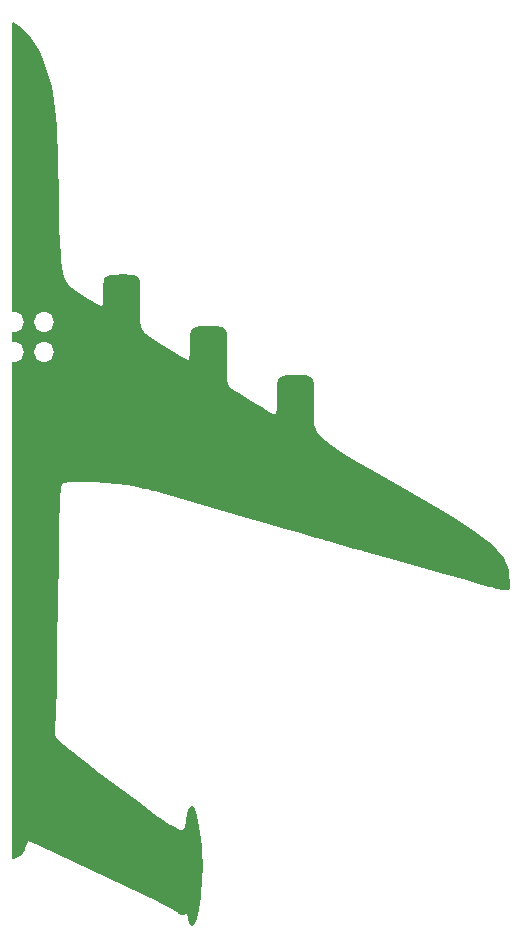
<source format=gbr>
G04 #@! TF.GenerationSoftware,KiCad,Pcbnew,(6.99.0-2452-gdb4f2d9dd8)*
G04 #@! TF.CreationDate,2022-07-20T23:01:19+09:00*
G04 #@! TF.ProjectId,an225,616e3232-352e-46b6-9963-61645f706362,rev?*
G04 #@! TF.SameCoordinates,Original*
G04 #@! TF.FileFunction,Legend,Top*
G04 #@! TF.FilePolarity,Positive*
%FSLAX46Y46*%
G04 Gerber Fmt 4.6, Leading zero omitted, Abs format (unit mm)*
G04 Created by KiCad (PCBNEW (6.99.0-2452-gdb4f2d9dd8)) date 2022-07-20 23:01:19*
%MOMM*%
%LPD*%
G01*
G04 APERTURE LIST*
%ADD10C,0.150000*%
%ADD11R,1.700000X1.700000*%
%ADD12O,1.700000X1.700000*%
G04 APERTURE END LIST*
D10*
G36*
X119930048Y-45927807D02*
G01*
X120092419Y-46036359D01*
X120204969Y-46117773D01*
X120334544Y-46217279D01*
X120478230Y-46334877D01*
X120633112Y-46470566D01*
X120796278Y-46624348D01*
X120964812Y-46796222D01*
X121050182Y-46888944D01*
X121135801Y-46986188D01*
X121221306Y-47087955D01*
X121306331Y-47194246D01*
X121390514Y-47305059D01*
X121473488Y-47420396D01*
X121554891Y-47540255D01*
X121634358Y-47664637D01*
X121711525Y-47793543D01*
X121786027Y-47926971D01*
X121857501Y-48064922D01*
X121925581Y-48207397D01*
X122173760Y-48761030D01*
X122394992Y-49284654D01*
X122591028Y-49790756D01*
X122763620Y-50291823D01*
X122914518Y-50800342D01*
X123045474Y-51328799D01*
X123158239Y-51889681D01*
X123254564Y-52495474D01*
X123336199Y-53158666D01*
X123404897Y-53891743D01*
X123462408Y-54707191D01*
X123510483Y-55617498D01*
X123550873Y-56635149D01*
X123585331Y-57772632D01*
X123643449Y-60457040D01*
X123690969Y-62878790D01*
X123747713Y-64712112D01*
X123786344Y-65438987D01*
X123835444Y-66055804D01*
X123897731Y-66574913D01*
X123975926Y-67008663D01*
X124072751Y-67369403D01*
X124190925Y-67669484D01*
X124333170Y-67921255D01*
X124502205Y-68137065D01*
X124700751Y-68329265D01*
X124931528Y-68510203D01*
X125500661Y-68887695D01*
X126209878Y-69340282D01*
X126493862Y-69517435D01*
X126735344Y-69661275D01*
X126937761Y-69771386D01*
X127104550Y-69847352D01*
X127175657Y-69872401D01*
X127239145Y-69888758D01*
X127295444Y-69896371D01*
X127344984Y-69895188D01*
X127388193Y-69885158D01*
X127425502Y-69866227D01*
X127457339Y-69838345D01*
X127484136Y-69801460D01*
X127506320Y-69755519D01*
X127524321Y-69700470D01*
X127538570Y-69636263D01*
X127549495Y-69562844D01*
X127563094Y-69388164D01*
X127568552Y-69176016D01*
X127568796Y-68637653D01*
X127571754Y-68182555D01*
X127578779Y-67998429D01*
X127592461Y-67840559D01*
X127602491Y-67770839D01*
X127615017Y-67706925D01*
X127630316Y-67648565D01*
X127648665Y-67595507D01*
X127670343Y-67547497D01*
X127695626Y-67504285D01*
X127724791Y-67465617D01*
X127758116Y-67431241D01*
X127795879Y-67400904D01*
X127838356Y-67374353D01*
X127885825Y-67351338D01*
X127938563Y-67331604D01*
X127996847Y-67314900D01*
X128060956Y-67300972D01*
X128131165Y-67289570D01*
X128207753Y-67280439D01*
X128381174Y-67267984D01*
X128583437Y-67261589D01*
X129083362Y-67258896D01*
X129349945Y-67259475D01*
X129583135Y-67263528D01*
X129785035Y-67274530D01*
X129874908Y-67283723D01*
X129957748Y-67295956D01*
X130033818Y-67311662D01*
X130103379Y-67331278D01*
X130166696Y-67355236D01*
X130224031Y-67383972D01*
X130275648Y-67417919D01*
X130321809Y-67457512D01*
X130362777Y-67503185D01*
X130398815Y-67555373D01*
X130430186Y-67614509D01*
X130457154Y-67681028D01*
X130479980Y-67755364D01*
X130498929Y-67837952D01*
X130514263Y-67929226D01*
X130526245Y-68029620D01*
X130535138Y-68139569D01*
X130541205Y-68259506D01*
X130545913Y-68531083D01*
X130542473Y-68847827D01*
X130519563Y-69630711D01*
X130497701Y-70416033D01*
X130496743Y-70738564D01*
X130506283Y-71021409D01*
X130529210Y-71269872D01*
X130546595Y-71382867D01*
X130568409Y-71489254D01*
X130595013Y-71589696D01*
X130626768Y-71684855D01*
X130664035Y-71775396D01*
X130707175Y-71861979D01*
X130756549Y-71945268D01*
X130812517Y-72025926D01*
X130875441Y-72104615D01*
X130945681Y-72181998D01*
X131023599Y-72258737D01*
X131109555Y-72335496D01*
X131307025Y-72491723D01*
X131540980Y-72655979D01*
X131814306Y-72833567D01*
X132490620Y-73249944D01*
X133301449Y-73740338D01*
X133994149Y-74153434D01*
X134495204Y-74445789D01*
X134650891Y-74533113D01*
X134731099Y-74573959D01*
X134740892Y-74575908D01*
X134750562Y-74573914D01*
X134760095Y-74568071D01*
X134769479Y-74558470D01*
X134778702Y-74545204D01*
X134787752Y-74528364D01*
X134796617Y-74508043D01*
X134805284Y-74484332D01*
X134821976Y-74427111D01*
X134837730Y-74357436D01*
X134852449Y-74276045D01*
X134866034Y-74183672D01*
X134878387Y-74081056D01*
X134889412Y-73968932D01*
X134899009Y-73848036D01*
X134907080Y-73719105D01*
X134913529Y-73582875D01*
X134918256Y-73440083D01*
X134921165Y-73291464D01*
X134922156Y-73137756D01*
X134925123Y-72638413D01*
X134932169Y-72436386D01*
X134945891Y-72263167D01*
X134955951Y-72186669D01*
X134968514Y-72116541D01*
X134983859Y-72052507D01*
X135002263Y-71994291D01*
X135024005Y-71941614D01*
X135049363Y-71894200D01*
X135078615Y-71851773D01*
X135112039Y-71814054D01*
X135149914Y-71780768D01*
X135192518Y-71751637D01*
X135240128Y-71726383D01*
X135293022Y-71704731D01*
X135351480Y-71686403D01*
X135415779Y-71671121D01*
X135486198Y-71658610D01*
X135563013Y-71648592D01*
X135736950Y-71634926D01*
X135939814Y-71627909D01*
X136441226Y-71624954D01*
X136708601Y-71625565D01*
X136942472Y-71629838D01*
X137144940Y-71641436D01*
X137235054Y-71651127D01*
X137318104Y-71664022D01*
X137394353Y-71680581D01*
X137464064Y-71701259D01*
X137527499Y-71726516D01*
X137584920Y-71756809D01*
X137636590Y-71792596D01*
X137682772Y-71834335D01*
X137723727Y-71882483D01*
X137759719Y-71937499D01*
X137791009Y-71999840D01*
X137817861Y-72069965D01*
X137840537Y-72148330D01*
X137859299Y-72235394D01*
X137874410Y-72331614D01*
X137886132Y-72437449D01*
X137894728Y-72553356D01*
X137900460Y-72679794D01*
X137904383Y-72966090D01*
X137900000Y-73300000D01*
X137874718Y-74125314D01*
X137848495Y-74951827D01*
X137841875Y-75288582D01*
X137841442Y-75580417D01*
X137848588Y-75831894D01*
X137864706Y-76047572D01*
X137891190Y-76232013D01*
X137929433Y-76389778D01*
X137980829Y-76525427D01*
X138011894Y-76586384D01*
X138046771Y-76643522D01*
X138128652Y-76748623D01*
X138227865Y-76845291D01*
X138345805Y-76938086D01*
X138483864Y-77031571D01*
X138825914Y-77238849D01*
X139310072Y-77529008D01*
X139861900Y-77865770D01*
X140413447Y-78207360D01*
X140896764Y-78512002D01*
X141359639Y-78805240D01*
X141546047Y-78917040D01*
X141705286Y-79003503D01*
X141775386Y-79036734D01*
X141839496Y-79063034D01*
X141897883Y-79082203D01*
X141950815Y-79094041D01*
X141998558Y-79098350D01*
X142041381Y-79094930D01*
X142079551Y-79083582D01*
X142113335Y-79064107D01*
X142142999Y-79036306D01*
X142168813Y-78999979D01*
X142191043Y-78954927D01*
X142209955Y-78900951D01*
X142225819Y-78837853D01*
X142238900Y-78765431D01*
X142249467Y-78683489D01*
X142257787Y-78591825D01*
X142268753Y-78378539D01*
X142273938Y-78123979D01*
X142275520Y-77484666D01*
X142278494Y-76915795D01*
X142285557Y-76685638D01*
X142299310Y-76488300D01*
X142309393Y-76401149D01*
X142321985Y-76321257D01*
X142337365Y-76248307D01*
X142355812Y-76181985D01*
X142377604Y-76121974D01*
X142403020Y-76067958D01*
X142432340Y-76019623D01*
X142465841Y-75976653D01*
X142503803Y-75938731D01*
X142546505Y-75905544D01*
X142594224Y-75876774D01*
X142647241Y-75852107D01*
X142705833Y-75831227D01*
X142770280Y-75813817D01*
X142840861Y-75799564D01*
X142917853Y-75788151D01*
X143092190Y-75772583D01*
X143295522Y-75764588D01*
X143798088Y-75761222D01*
X144066074Y-75761855D01*
X144300461Y-75766282D01*
X144503332Y-75778298D01*
X144593601Y-75788338D01*
X144676773Y-75801698D01*
X144753109Y-75818853D01*
X144822870Y-75840277D01*
X144886315Y-75866444D01*
X144943706Y-75897829D01*
X144995304Y-75934905D01*
X145041368Y-75978148D01*
X145082160Y-76028032D01*
X145117940Y-76085030D01*
X145148969Y-76149618D01*
X145175508Y-76222269D01*
X145197817Y-76303458D01*
X145216156Y-76393660D01*
X145230787Y-76493348D01*
X145241970Y-76602997D01*
X145249965Y-76723081D01*
X145255034Y-76854074D01*
X145257434Y-77150687D01*
X145251255Y-77496631D01*
X145221500Y-78351686D01*
X145205791Y-78808669D01*
X145202737Y-79214706D01*
X145209184Y-79401672D01*
X145222668Y-79579564D01*
X145244480Y-79749603D01*
X145275912Y-79913011D01*
X145318255Y-80071008D01*
X145372801Y-80224815D01*
X145440840Y-80375653D01*
X145523664Y-80524744D01*
X145622565Y-80673307D01*
X145738832Y-80822564D01*
X145873759Y-80973737D01*
X146028635Y-81128045D01*
X146204753Y-81286710D01*
X146403403Y-81450954D01*
X146625877Y-81621995D01*
X146873466Y-81801057D01*
X147147461Y-81989360D01*
X147449153Y-82188124D01*
X148140796Y-82621922D01*
X148958725Y-83112218D01*
X149913269Y-83668780D01*
X152273523Y-85019774D01*
X155097073Y-86648553D01*
X157310178Y-87980746D01*
X158210350Y-88555000D01*
X158984954Y-89078361D01*
X159643003Y-89558579D01*
X160193514Y-90003406D01*
X160645498Y-90420594D01*
X161007972Y-90817892D01*
X161289949Y-91203053D01*
X161500444Y-91583827D01*
X161648470Y-91967965D01*
X161743043Y-92363219D01*
X161793176Y-92777340D01*
X161807884Y-93218079D01*
X161809464Y-93297654D01*
X161813235Y-93372450D01*
X161821541Y-93506806D01*
X161823172Y-93565916D01*
X161821185Y-93619349D01*
X161814128Y-93666881D01*
X161808244Y-93688363D01*
X161800548Y-93708285D01*
X161790859Y-93726620D01*
X161778994Y-93743339D01*
X161764773Y-93758414D01*
X161748014Y-93771817D01*
X161728535Y-93783520D01*
X161706154Y-93793495D01*
X161680691Y-93801714D01*
X161651963Y-93808148D01*
X161619790Y-93812770D01*
X161583989Y-93815552D01*
X161500778Y-93815483D01*
X161400880Y-93807715D01*
X161282842Y-93792025D01*
X161145211Y-93768188D01*
X160986535Y-93735978D01*
X160805362Y-93695173D01*
X160600241Y-93645547D01*
X160369717Y-93586875D01*
X160112340Y-93518934D01*
X159511216Y-93354343D01*
X158785250Y-93149980D01*
X157922824Y-92904046D01*
X155742122Y-92280286D01*
X151621663Y-91110996D01*
X149762620Y-90595047D01*
X149685135Y-90576548D01*
X149559611Y-90543220D01*
X149190666Y-90439588D01*
X148708217Y-90299178D01*
X148164696Y-90137018D01*
X147620336Y-89974737D01*
X147135605Y-89833993D01*
X146763283Y-89729864D01*
X146556151Y-89677432D01*
X146477750Y-89658976D01*
X146353727Y-89626372D01*
X145994228Y-89525971D01*
X145528475Y-89390744D01*
X145007289Y-89235201D01*
X144472330Y-89075831D01*
X143969071Y-88930193D01*
X143554060Y-88814385D01*
X143283850Y-88744510D01*
X142865373Y-88631679D01*
X142046673Y-88398924D01*
X140945955Y-88080206D01*
X139681424Y-87709483D01*
X131886519Y-85459873D01*
X131849162Y-85453752D01*
X131808282Y-85445576D01*
X131716538Y-85423787D01*
X131612459Y-85395958D01*
X131497219Y-85363542D01*
X131237946Y-85290759D01*
X131096260Y-85253296D01*
X130948103Y-85217056D01*
X130678440Y-85135022D01*
X130354530Y-85058992D01*
X129983752Y-84989143D01*
X129573482Y-84925649D01*
X128663987Y-84818428D01*
X127685072Y-84738728D01*
X126695765Y-84687948D01*
X125755094Y-84667488D01*
X124922087Y-84678749D01*
X124564404Y-84696712D01*
X124255772Y-84723129D01*
X124205301Y-84723433D01*
X124157960Y-84725556D01*
X124135425Y-84727868D01*
X124113627Y-84731318D01*
X124092550Y-84736133D01*
X124072178Y-84742541D01*
X124052497Y-84750768D01*
X124033490Y-84761042D01*
X124015142Y-84773591D01*
X123997438Y-84788642D01*
X123980362Y-84806423D01*
X123963899Y-84827161D01*
X123948033Y-84851084D01*
X123932750Y-84878419D01*
X123918032Y-84909393D01*
X123903866Y-84944235D01*
X123890235Y-84983171D01*
X123877124Y-85026429D01*
X123864518Y-85074237D01*
X123852401Y-85126821D01*
X123840758Y-85184411D01*
X123829573Y-85247232D01*
X123818831Y-85315512D01*
X123808516Y-85389479D01*
X123789107Y-85555384D01*
X123771221Y-85746766D01*
X123754736Y-85965446D01*
X123739527Y-86213242D01*
X123725471Y-86491974D01*
X123712445Y-86803463D01*
X123700324Y-87149528D01*
X123688985Y-87531989D01*
X123678305Y-87952666D01*
X123668159Y-88413379D01*
X123658425Y-88915947D01*
X123639695Y-90053928D01*
X123621125Y-91381168D01*
X123580511Y-94661659D01*
X123522247Y-98594338D01*
X123452131Y-101955245D01*
X123378986Y-104387609D01*
X123311635Y-105534659D01*
X123286749Y-105700173D01*
X123278109Y-105777065D01*
X123273333Y-105851299D01*
X123273418Y-105923814D01*
X123279360Y-105995550D01*
X123292156Y-106067445D01*
X123301436Y-106103745D01*
X123312803Y-106140438D01*
X123326382Y-106177640D01*
X123342298Y-106215469D01*
X123360674Y-106254042D01*
X123381637Y-106293477D01*
X123431817Y-106375401D01*
X123493835Y-106462180D01*
X123568687Y-106554753D01*
X123657371Y-106654060D01*
X123760883Y-106761039D01*
X123880219Y-106876630D01*
X124016377Y-107001772D01*
X124170353Y-107137404D01*
X124343144Y-107284465D01*
X124535746Y-107443894D01*
X124749157Y-107616630D01*
X124984373Y-107803613D01*
X125242391Y-108005782D01*
X125524207Y-108224075D01*
X126163222Y-108712793D01*
X126909391Y-109277280D01*
X128755090Y-110663612D01*
X130601480Y-112045396D01*
X131991498Y-113066754D01*
X132536597Y-113452527D01*
X132993078Y-113760497D01*
X133369433Y-113994765D01*
X133674154Y-114159433D01*
X133915732Y-114258601D01*
X134015496Y-114284904D01*
X134102659Y-114296370D01*
X134178282Y-114293511D01*
X134243427Y-114276841D01*
X134299155Y-114246872D01*
X134346527Y-114204116D01*
X134386606Y-114149087D01*
X134420451Y-114082296D01*
X134473692Y-113915481D01*
X134552086Y-113463272D01*
X134586088Y-113247507D01*
X134621473Y-113054148D01*
X134658129Y-112882933D01*
X134695946Y-112733601D01*
X134734814Y-112605888D01*
X134774622Y-112499534D01*
X134815261Y-112414277D01*
X134856619Y-112349854D01*
X134898586Y-112306004D01*
X134941053Y-112282465D01*
X134962439Y-112278230D01*
X134983909Y-112278975D01*
X135027042Y-112295272D01*
X135070344Y-112331094D01*
X135113703Y-112386179D01*
X135157010Y-112460266D01*
X135200154Y-112553093D01*
X135243024Y-112664397D01*
X135285510Y-112793917D01*
X135327503Y-112941390D01*
X135368891Y-113106556D01*
X135449412Y-113488916D01*
X135526190Y-113938901D01*
X135598344Y-114454417D01*
X135664991Y-115033367D01*
X135725246Y-115673658D01*
X135778229Y-116373193D01*
X135803474Y-116931838D01*
X135807410Y-117513465D01*
X135792109Y-118106813D01*
X135759644Y-118700620D01*
X135712090Y-119283625D01*
X135651519Y-119844565D01*
X135580005Y-120372178D01*
X135499621Y-120855203D01*
X135412439Y-121282379D01*
X135320534Y-121642442D01*
X135225979Y-121924132D01*
X135130847Y-122116186D01*
X135083712Y-122175080D01*
X135037210Y-122207343D01*
X134991601Y-122211565D01*
X134947144Y-122186340D01*
X134904097Y-122130260D01*
X134862720Y-122041917D01*
X134786012Y-121762811D01*
X134765680Y-121669258D01*
X134744928Y-121583997D01*
X134723726Y-121506986D01*
X134702043Y-121438185D01*
X134679847Y-121377551D01*
X134657108Y-121325043D01*
X134633795Y-121280620D01*
X134609877Y-121244241D01*
X134597681Y-121229054D01*
X134585322Y-121215863D01*
X134572796Y-121204661D01*
X134560100Y-121195445D01*
X134547228Y-121188209D01*
X134534179Y-121182946D01*
X134520947Y-121179654D01*
X134507529Y-121178325D01*
X134493920Y-121178955D01*
X134480118Y-121181540D01*
X134466118Y-121186072D01*
X134451916Y-121192548D01*
X134437508Y-121200963D01*
X134422891Y-121211310D01*
X134393013Y-121237784D01*
X134377880Y-121252400D01*
X134362792Y-121265934D01*
X134347745Y-121278384D01*
X134332734Y-121289749D01*
X134317754Y-121300029D01*
X134302800Y-121309223D01*
X134287869Y-121317331D01*
X134272954Y-121324351D01*
X134258050Y-121330284D01*
X134243155Y-121335127D01*
X134228261Y-121338882D01*
X134213365Y-121341546D01*
X134198463Y-121343119D01*
X134183548Y-121343600D01*
X134168616Y-121342989D01*
X134153663Y-121341285D01*
X134138684Y-121338488D01*
X134123673Y-121334595D01*
X134108627Y-121329608D01*
X134093540Y-121323525D01*
X134078407Y-121316345D01*
X134063224Y-121308067D01*
X134047987Y-121298692D01*
X134032689Y-121288218D01*
X134017326Y-121276644D01*
X134001895Y-121263970D01*
X133986389Y-121250195D01*
X133970804Y-121235318D01*
X133955135Y-121219339D01*
X133939377Y-121202256D01*
X133923526Y-121184070D01*
X133907577Y-121164780D01*
X133307938Y-120821059D01*
X131865892Y-120090895D01*
X127569318Y-118004173D01*
X123247332Y-115970495D01*
X121773521Y-115306635D01*
X121129411Y-115055740D01*
X121121026Y-115056717D01*
X121112193Y-115059615D01*
X121102936Y-115064386D01*
X121093278Y-115070983D01*
X121083243Y-115079358D01*
X121072856Y-115089463D01*
X121062139Y-115101249D01*
X121051118Y-115114670D01*
X121039815Y-115129677D01*
X121028254Y-115146222D01*
X121004457Y-115183737D01*
X120979917Y-115226831D01*
X120954824Y-115275121D01*
X120929370Y-115328225D01*
X120903745Y-115385760D01*
X120878141Y-115447343D01*
X120852748Y-115512591D01*
X120827757Y-115581120D01*
X120803360Y-115652549D01*
X120779746Y-115726494D01*
X120757107Y-115802573D01*
X120738831Y-115859576D01*
X120717682Y-115913717D01*
X120693889Y-115965065D01*
X120667676Y-116013689D01*
X120639272Y-116059658D01*
X120608901Y-116103040D01*
X120576791Y-116143906D01*
X120543167Y-116182323D01*
X120508257Y-116218361D01*
X120472286Y-116252089D01*
X120435480Y-116283577D01*
X120398067Y-116312892D01*
X120322323Y-116365283D01*
X120246863Y-116409815D01*
X120173499Y-116447039D01*
X120104041Y-116477508D01*
X120040301Y-116501775D01*
X119984090Y-116520391D01*
X119901495Y-116542881D01*
X119870744Y-116549396D01*
X119870744Y-45891623D01*
X119930048Y-45927807D01*
G37*
X119930048Y-45927807D02*
X120092419Y-46036359D01*
X120204969Y-46117773D01*
X120334544Y-46217279D01*
X120478230Y-46334877D01*
X120633112Y-46470566D01*
X120796278Y-46624348D01*
X120964812Y-46796222D01*
X121050182Y-46888944D01*
X121135801Y-46986188D01*
X121221306Y-47087955D01*
X121306331Y-47194246D01*
X121390514Y-47305059D01*
X121473488Y-47420396D01*
X121554891Y-47540255D01*
X121634358Y-47664637D01*
X121711525Y-47793543D01*
X121786027Y-47926971D01*
X121857501Y-48064922D01*
X121925581Y-48207397D01*
X122173760Y-48761030D01*
X122394992Y-49284654D01*
X122591028Y-49790756D01*
X122763620Y-50291823D01*
X122914518Y-50800342D01*
X123045474Y-51328799D01*
X123158239Y-51889681D01*
X123254564Y-52495474D01*
X123336199Y-53158666D01*
X123404897Y-53891743D01*
X123462408Y-54707191D01*
X123510483Y-55617498D01*
X123550873Y-56635149D01*
X123585331Y-57772632D01*
X123643449Y-60457040D01*
X123690969Y-62878790D01*
X123747713Y-64712112D01*
X123786344Y-65438987D01*
X123835444Y-66055804D01*
X123897731Y-66574913D01*
X123975926Y-67008663D01*
X124072751Y-67369403D01*
X124190925Y-67669484D01*
X124333170Y-67921255D01*
X124502205Y-68137065D01*
X124700751Y-68329265D01*
X124931528Y-68510203D01*
X125500661Y-68887695D01*
X126209878Y-69340282D01*
X126493862Y-69517435D01*
X126735344Y-69661275D01*
X126937761Y-69771386D01*
X127104550Y-69847352D01*
X127175657Y-69872401D01*
X127239145Y-69888758D01*
X127295444Y-69896371D01*
X127344984Y-69895188D01*
X127388193Y-69885158D01*
X127425502Y-69866227D01*
X127457339Y-69838345D01*
X127484136Y-69801460D01*
X127506320Y-69755519D01*
X127524321Y-69700470D01*
X127538570Y-69636263D01*
X127549495Y-69562844D01*
X127563094Y-69388164D01*
X127568552Y-69176016D01*
X127568796Y-68637653D01*
X127571754Y-68182555D01*
X127578779Y-67998429D01*
X127592461Y-67840559D01*
X127602491Y-67770839D01*
X127615017Y-67706925D01*
X127630316Y-67648565D01*
X127648665Y-67595507D01*
X127670343Y-67547497D01*
X127695626Y-67504285D01*
X127724791Y-67465617D01*
X127758116Y-67431241D01*
X127795879Y-67400904D01*
X127838356Y-67374353D01*
X127885825Y-67351338D01*
X127938563Y-67331604D01*
X127996847Y-67314900D01*
X128060956Y-67300972D01*
X128131165Y-67289570D01*
X128207753Y-67280439D01*
X128381174Y-67267984D01*
X128583437Y-67261589D01*
X129083362Y-67258896D01*
X129349945Y-67259475D01*
X129583135Y-67263528D01*
X129785035Y-67274530D01*
X129874908Y-67283723D01*
X129957748Y-67295956D01*
X130033818Y-67311662D01*
X130103379Y-67331278D01*
X130166696Y-67355236D01*
X130224031Y-67383972D01*
X130275648Y-67417919D01*
X130321809Y-67457512D01*
X130362777Y-67503185D01*
X130398815Y-67555373D01*
X130430186Y-67614509D01*
X130457154Y-67681028D01*
X130479980Y-67755364D01*
X130498929Y-67837952D01*
X130514263Y-67929226D01*
X130526245Y-68029620D01*
X130535138Y-68139569D01*
X130541205Y-68259506D01*
X130545913Y-68531083D01*
X130542473Y-68847827D01*
X130519563Y-69630711D01*
X130497701Y-70416033D01*
X130496743Y-70738564D01*
X130506283Y-71021409D01*
X130529210Y-71269872D01*
X130546595Y-71382867D01*
X130568409Y-71489254D01*
X130595013Y-71589696D01*
X130626768Y-71684855D01*
X130664035Y-71775396D01*
X130707175Y-71861979D01*
X130756549Y-71945268D01*
X130812517Y-72025926D01*
X130875441Y-72104615D01*
X130945681Y-72181998D01*
X131023599Y-72258737D01*
X131109555Y-72335496D01*
X131307025Y-72491723D01*
X131540980Y-72655979D01*
X131814306Y-72833567D01*
X132490620Y-73249944D01*
X133301449Y-73740338D01*
X133994149Y-74153434D01*
X134495204Y-74445789D01*
X134650891Y-74533113D01*
X134731099Y-74573959D01*
X134740892Y-74575908D01*
X134750562Y-74573914D01*
X134760095Y-74568071D01*
X134769479Y-74558470D01*
X134778702Y-74545204D01*
X134787752Y-74528364D01*
X134796617Y-74508043D01*
X134805284Y-74484332D01*
X134821976Y-74427111D01*
X134837730Y-74357436D01*
X134852449Y-74276045D01*
X134866034Y-74183672D01*
X134878387Y-74081056D01*
X134889412Y-73968932D01*
X134899009Y-73848036D01*
X134907080Y-73719105D01*
X134913529Y-73582875D01*
X134918256Y-73440083D01*
X134921165Y-73291464D01*
X134922156Y-73137756D01*
X134925123Y-72638413D01*
X134932169Y-72436386D01*
X134945891Y-72263167D01*
X134955951Y-72186669D01*
X134968514Y-72116541D01*
X134983859Y-72052507D01*
X135002263Y-71994291D01*
X135024005Y-71941614D01*
X135049363Y-71894200D01*
X135078615Y-71851773D01*
X135112039Y-71814054D01*
X135149914Y-71780768D01*
X135192518Y-71751637D01*
X135240128Y-71726383D01*
X135293022Y-71704731D01*
X135351480Y-71686403D01*
X135415779Y-71671121D01*
X135486198Y-71658610D01*
X135563013Y-71648592D01*
X135736950Y-71634926D01*
X135939814Y-71627909D01*
X136441226Y-71624954D01*
X136708601Y-71625565D01*
X136942472Y-71629838D01*
X137144940Y-71641436D01*
X137235054Y-71651127D01*
X137318104Y-71664022D01*
X137394353Y-71680581D01*
X137464064Y-71701259D01*
X137527499Y-71726516D01*
X137584920Y-71756809D01*
X137636590Y-71792596D01*
X137682772Y-71834335D01*
X137723727Y-71882483D01*
X137759719Y-71937499D01*
X137791009Y-71999840D01*
X137817861Y-72069965D01*
X137840537Y-72148330D01*
X137859299Y-72235394D01*
X137874410Y-72331614D01*
X137886132Y-72437449D01*
X137894728Y-72553356D01*
X137900460Y-72679794D01*
X137904383Y-72966090D01*
X137900000Y-73300000D01*
X137874718Y-74125314D01*
X137848495Y-74951827D01*
X137841875Y-75288582D01*
X137841442Y-75580417D01*
X137848588Y-75831894D01*
X137864706Y-76047572D01*
X137891190Y-76232013D01*
X137929433Y-76389778D01*
X137980829Y-76525427D01*
X138011894Y-76586384D01*
X138046771Y-76643522D01*
X138128652Y-76748623D01*
X138227865Y-76845291D01*
X138345805Y-76938086D01*
X138483864Y-77031571D01*
X138825914Y-77238849D01*
X139310072Y-77529008D01*
X139861900Y-77865770D01*
X140413447Y-78207360D01*
X140896764Y-78512002D01*
X141359639Y-78805240D01*
X141546047Y-78917040D01*
X141705286Y-79003503D01*
X141775386Y-79036734D01*
X141839496Y-79063034D01*
X141897883Y-79082203D01*
X141950815Y-79094041D01*
X141998558Y-79098350D01*
X142041381Y-79094930D01*
X142079551Y-79083582D01*
X142113335Y-79064107D01*
X142142999Y-79036306D01*
X142168813Y-78999979D01*
X142191043Y-78954927D01*
X142209955Y-78900951D01*
X142225819Y-78837853D01*
X142238900Y-78765431D01*
X142249467Y-78683489D01*
X142257787Y-78591825D01*
X142268753Y-78378539D01*
X142273938Y-78123979D01*
X142275520Y-77484666D01*
X142278494Y-76915795D01*
X142285557Y-76685638D01*
X142299310Y-76488300D01*
X142309393Y-76401149D01*
X142321985Y-76321257D01*
X142337365Y-76248307D01*
X142355812Y-76181985D01*
X142377604Y-76121974D01*
X142403020Y-76067958D01*
X142432340Y-76019623D01*
X142465841Y-75976653D01*
X142503803Y-75938731D01*
X142546505Y-75905544D01*
X142594224Y-75876774D01*
X142647241Y-75852107D01*
X142705833Y-75831227D01*
X142770280Y-75813817D01*
X142840861Y-75799564D01*
X142917853Y-75788151D01*
X143092190Y-75772583D01*
X143295522Y-75764588D01*
X143798088Y-75761222D01*
X144066074Y-75761855D01*
X144300461Y-75766282D01*
X144503332Y-75778298D01*
X144593601Y-75788338D01*
X144676773Y-75801698D01*
X144753109Y-75818853D01*
X144822870Y-75840277D01*
X144886315Y-75866444D01*
X144943706Y-75897829D01*
X144995304Y-75934905D01*
X145041368Y-75978148D01*
X145082160Y-76028032D01*
X145117940Y-76085030D01*
X145148969Y-76149618D01*
X145175508Y-76222269D01*
X145197817Y-76303458D01*
X145216156Y-76393660D01*
X145230787Y-76493348D01*
X145241970Y-76602997D01*
X145249965Y-76723081D01*
X145255034Y-76854074D01*
X145257434Y-77150687D01*
X145251255Y-77496631D01*
X145221500Y-78351686D01*
X145205791Y-78808669D01*
X145202737Y-79214706D01*
X145209184Y-79401672D01*
X145222668Y-79579564D01*
X145244480Y-79749603D01*
X145275912Y-79913011D01*
X145318255Y-80071008D01*
X145372801Y-80224815D01*
X145440840Y-80375653D01*
X145523664Y-80524744D01*
X145622565Y-80673307D01*
X145738832Y-80822564D01*
X145873759Y-80973737D01*
X146028635Y-81128045D01*
X146204753Y-81286710D01*
X146403403Y-81450954D01*
X146625877Y-81621995D01*
X146873466Y-81801057D01*
X147147461Y-81989360D01*
X147449153Y-82188124D01*
X148140796Y-82621922D01*
X148958725Y-83112218D01*
X149913269Y-83668780D01*
X152273523Y-85019774D01*
X155097073Y-86648553D01*
X157310178Y-87980746D01*
X158210350Y-88555000D01*
X158984954Y-89078361D01*
X159643003Y-89558579D01*
X160193514Y-90003406D01*
X160645498Y-90420594D01*
X161007972Y-90817892D01*
X161289949Y-91203053D01*
X161500444Y-91583827D01*
X161648470Y-91967965D01*
X161743043Y-92363219D01*
X161793176Y-92777340D01*
X161807884Y-93218079D01*
X161809464Y-93297654D01*
X161813235Y-93372450D01*
X161821541Y-93506806D01*
X161823172Y-93565916D01*
X161821185Y-93619349D01*
X161814128Y-93666881D01*
X161808244Y-93688363D01*
X161800548Y-93708285D01*
X161790859Y-93726620D01*
X161778994Y-93743339D01*
X161764773Y-93758414D01*
X161748014Y-93771817D01*
X161728535Y-93783520D01*
X161706154Y-93793495D01*
X161680691Y-93801714D01*
X161651963Y-93808148D01*
X161619790Y-93812770D01*
X161583989Y-93815552D01*
X161500778Y-93815483D01*
X161400880Y-93807715D01*
X161282842Y-93792025D01*
X161145211Y-93768188D01*
X160986535Y-93735978D01*
X160805362Y-93695173D01*
X160600241Y-93645547D01*
X160369717Y-93586875D01*
X160112340Y-93518934D01*
X159511216Y-93354343D01*
X158785250Y-93149980D01*
X157922824Y-92904046D01*
X155742122Y-92280286D01*
X151621663Y-91110996D01*
X149762620Y-90595047D01*
X149685135Y-90576548D01*
X149559611Y-90543220D01*
X149190666Y-90439588D01*
X148708217Y-90299178D01*
X148164696Y-90137018D01*
X147620336Y-89974737D01*
X147135605Y-89833993D01*
X146763283Y-89729864D01*
X146556151Y-89677432D01*
X146477750Y-89658976D01*
X146353727Y-89626372D01*
X145994228Y-89525971D01*
X145528475Y-89390744D01*
X145007289Y-89235201D01*
X144472330Y-89075831D01*
X143969071Y-88930193D01*
X143554060Y-88814385D01*
X143283850Y-88744510D01*
X142865373Y-88631679D01*
X142046673Y-88398924D01*
X140945955Y-88080206D01*
X139681424Y-87709483D01*
X131886519Y-85459873D01*
X131849162Y-85453752D01*
X131808282Y-85445576D01*
X131716538Y-85423787D01*
X131612459Y-85395958D01*
X131497219Y-85363542D01*
X131237946Y-85290759D01*
X131096260Y-85253296D01*
X130948103Y-85217056D01*
X130678440Y-85135022D01*
X130354530Y-85058992D01*
X129983752Y-84989143D01*
X129573482Y-84925649D01*
X128663987Y-84818428D01*
X127685072Y-84738728D01*
X126695765Y-84687948D01*
X125755094Y-84667488D01*
X124922087Y-84678749D01*
X124564404Y-84696712D01*
X124255772Y-84723129D01*
X124205301Y-84723433D01*
X124157960Y-84725556D01*
X124135425Y-84727868D01*
X124113627Y-84731318D01*
X124092550Y-84736133D01*
X124072178Y-84742541D01*
X124052497Y-84750768D01*
X124033490Y-84761042D01*
X124015142Y-84773591D01*
X123997438Y-84788642D01*
X123980362Y-84806423D01*
X123963899Y-84827161D01*
X123948033Y-84851084D01*
X123932750Y-84878419D01*
X123918032Y-84909393D01*
X123903866Y-84944235D01*
X123890235Y-84983171D01*
X123877124Y-85026429D01*
X123864518Y-85074237D01*
X123852401Y-85126821D01*
X123840758Y-85184411D01*
X123829573Y-85247232D01*
X123818831Y-85315512D01*
X123808516Y-85389479D01*
X123789107Y-85555384D01*
X123771221Y-85746766D01*
X123754736Y-85965446D01*
X123739527Y-86213242D01*
X123725471Y-86491974D01*
X123712445Y-86803463D01*
X123700324Y-87149528D01*
X123688985Y-87531989D01*
X123678305Y-87952666D01*
X123668159Y-88413379D01*
X123658425Y-88915947D01*
X123639695Y-90053928D01*
X123621125Y-91381168D01*
X123580511Y-94661659D01*
X123522247Y-98594338D01*
X123452131Y-101955245D01*
X123378986Y-104387609D01*
X123311635Y-105534659D01*
X123286749Y-105700173D01*
X123278109Y-105777065D01*
X123273333Y-105851299D01*
X123273418Y-105923814D01*
X123279360Y-105995550D01*
X123292156Y-106067445D01*
X123301436Y-106103745D01*
X123312803Y-106140438D01*
X123326382Y-106177640D01*
X123342298Y-106215469D01*
X123360674Y-106254042D01*
X123381637Y-106293477D01*
X123431817Y-106375401D01*
X123493835Y-106462180D01*
X123568687Y-106554753D01*
X123657371Y-106654060D01*
X123760883Y-106761039D01*
X123880219Y-106876630D01*
X124016377Y-107001772D01*
X124170353Y-107137404D01*
X124343144Y-107284465D01*
X124535746Y-107443894D01*
X124749157Y-107616630D01*
X124984373Y-107803613D01*
X125242391Y-108005782D01*
X125524207Y-108224075D01*
X126163222Y-108712793D01*
X126909391Y-109277280D01*
X128755090Y-110663612D01*
X130601480Y-112045396D01*
X131991498Y-113066754D01*
X132536597Y-113452527D01*
X132993078Y-113760497D01*
X133369433Y-113994765D01*
X133674154Y-114159433D01*
X133915732Y-114258601D01*
X134015496Y-114284904D01*
X134102659Y-114296370D01*
X134178282Y-114293511D01*
X134243427Y-114276841D01*
X134299155Y-114246872D01*
X134346527Y-114204116D01*
X134386606Y-114149087D01*
X134420451Y-114082296D01*
X134473692Y-113915481D01*
X134552086Y-113463272D01*
X134586088Y-113247507D01*
X134621473Y-113054148D01*
X134658129Y-112882933D01*
X134695946Y-112733601D01*
X134734814Y-112605888D01*
X134774622Y-112499534D01*
X134815261Y-112414277D01*
X134856619Y-112349854D01*
X134898586Y-112306004D01*
X134941053Y-112282465D01*
X134962439Y-112278230D01*
X134983909Y-112278975D01*
X135027042Y-112295272D01*
X135070344Y-112331094D01*
X135113703Y-112386179D01*
X135157010Y-112460266D01*
X135200154Y-112553093D01*
X135243024Y-112664397D01*
X135285510Y-112793917D01*
X135327503Y-112941390D01*
X135368891Y-113106556D01*
X135449412Y-113488916D01*
X135526190Y-113938901D01*
X135598344Y-114454417D01*
X135664991Y-115033367D01*
X135725246Y-115673658D01*
X135778229Y-116373193D01*
X135803474Y-116931838D01*
X135807410Y-117513465D01*
X135792109Y-118106813D01*
X135759644Y-118700620D01*
X135712090Y-119283625D01*
X135651519Y-119844565D01*
X135580005Y-120372178D01*
X135499621Y-120855203D01*
X135412439Y-121282379D01*
X135320534Y-121642442D01*
X135225979Y-121924132D01*
X135130847Y-122116186D01*
X135083712Y-122175080D01*
X135037210Y-122207343D01*
X134991601Y-122211565D01*
X134947144Y-122186340D01*
X134904097Y-122130260D01*
X134862720Y-122041917D01*
X134786012Y-121762811D01*
X134765680Y-121669258D01*
X134744928Y-121583997D01*
X134723726Y-121506986D01*
X134702043Y-121438185D01*
X134679847Y-121377551D01*
X134657108Y-121325043D01*
X134633795Y-121280620D01*
X134609877Y-121244241D01*
X134597681Y-121229054D01*
X134585322Y-121215863D01*
X134572796Y-121204661D01*
X134560100Y-121195445D01*
X134547228Y-121188209D01*
X134534179Y-121182946D01*
X134520947Y-121179654D01*
X134507529Y-121178325D01*
X134493920Y-121178955D01*
X134480118Y-121181540D01*
X134466118Y-121186072D01*
X134451916Y-121192548D01*
X134437508Y-121200963D01*
X134422891Y-121211310D01*
X134393013Y-121237784D01*
X134377880Y-121252400D01*
X134362792Y-121265934D01*
X134347745Y-121278384D01*
X134332734Y-121289749D01*
X134317754Y-121300029D01*
X134302800Y-121309223D01*
X134287869Y-121317331D01*
X134272954Y-121324351D01*
X134258050Y-121330284D01*
X134243155Y-121335127D01*
X134228261Y-121338882D01*
X134213365Y-121341546D01*
X134198463Y-121343119D01*
X134183548Y-121343600D01*
X134168616Y-121342989D01*
X134153663Y-121341285D01*
X134138684Y-121338488D01*
X134123673Y-121334595D01*
X134108627Y-121329608D01*
X134093540Y-121323525D01*
X134078407Y-121316345D01*
X134063224Y-121308067D01*
X134047987Y-121298692D01*
X134032689Y-121288218D01*
X134017326Y-121276644D01*
X134001895Y-121263970D01*
X133986389Y-121250195D01*
X133970804Y-121235318D01*
X133955135Y-121219339D01*
X133939377Y-121202256D01*
X133923526Y-121184070D01*
X133907577Y-121164780D01*
X133307938Y-120821059D01*
X131865892Y-120090895D01*
X127569318Y-118004173D01*
X123247332Y-115970495D01*
X121773521Y-115306635D01*
X121129411Y-115055740D01*
X121121026Y-115056717D01*
X121112193Y-115059615D01*
X121102936Y-115064386D01*
X121093278Y-115070983D01*
X121083243Y-115079358D01*
X121072856Y-115089463D01*
X121062139Y-115101249D01*
X121051118Y-115114670D01*
X121039815Y-115129677D01*
X121028254Y-115146222D01*
X121004457Y-115183737D01*
X120979917Y-115226831D01*
X120954824Y-115275121D01*
X120929370Y-115328225D01*
X120903745Y-115385760D01*
X120878141Y-115447343D01*
X120852748Y-115512591D01*
X120827757Y-115581120D01*
X120803360Y-115652549D01*
X120779746Y-115726494D01*
X120757107Y-115802573D01*
X120738831Y-115859576D01*
X120717682Y-115913717D01*
X120693889Y-115965065D01*
X120667676Y-116013689D01*
X120639272Y-116059658D01*
X120608901Y-116103040D01*
X120576791Y-116143906D01*
X120543167Y-116182323D01*
X120508257Y-116218361D01*
X120472286Y-116252089D01*
X120435480Y-116283577D01*
X120398067Y-116312892D01*
X120322323Y-116365283D01*
X120246863Y-116409815D01*
X120173499Y-116447039D01*
X120104041Y-116477508D01*
X120040301Y-116501775D01*
X119984090Y-116520391D01*
X119901495Y-116542881D01*
X119870744Y-116549396D01*
X119870744Y-45891623D01*
X119930048Y-45927807D01*
%LPC*%
D11*
X117374999Y-71224999D03*
D12*
X117374999Y-73764999D03*
X119914999Y-71224999D03*
X119914999Y-73764999D03*
X122454999Y-71224999D03*
X122454999Y-73764999D03*
M02*

</source>
